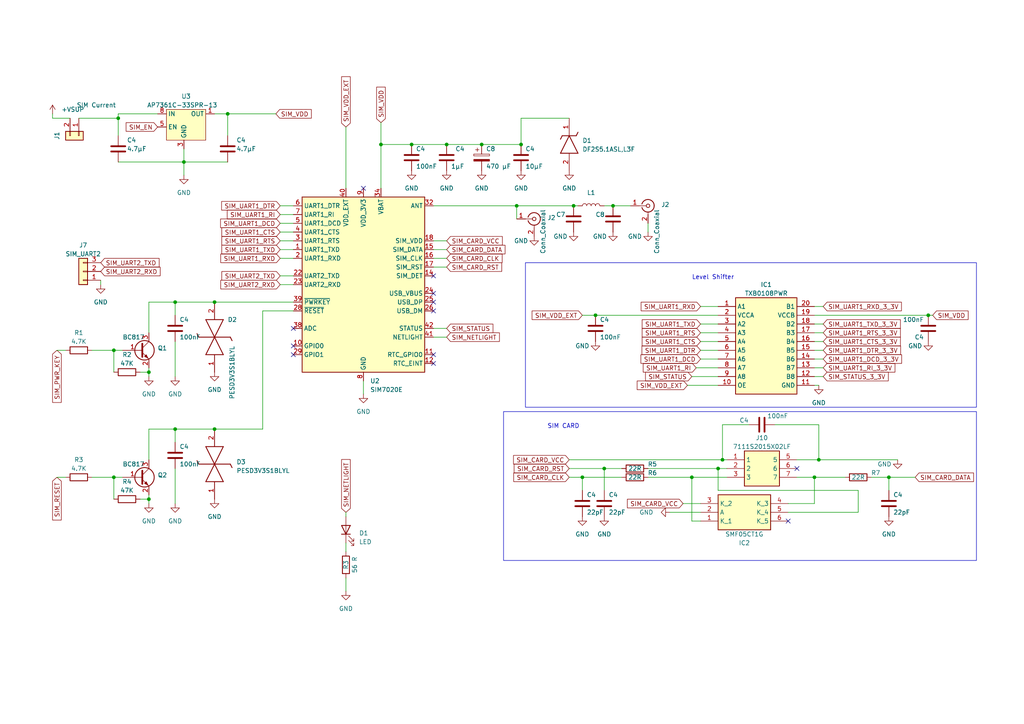
<source format=kicad_sch>
(kicad_sch (version 20231120) (generator "eeschema") (generator_version "8.0")
  (paper "A4")
  (title_block (title "Hekate Gateway") (rev "1.0") (company "Marius Schmid"))
  (lib_symbols
    (symbol "Connector:Conn_Coaxial" (pin_names (offset 1.016) hide)
      (property "Reference" "J" (at 0.254 3.048 0))
      (property "Value" "Conn_Coaxial" (at 2.921 0 90))
      (symbol "Conn_Coaxial_1_1"
        (pin passive line (at -5.08 0 0) (length 2.54) (name "In") (number "1"))
        (pin passive line (at 0 -5.08 90) (length 2.54) (name "Ext") (number "2"))
      )
    )
    (symbol "Connector_Generic:Conn_01x02" (pin_names (offset 1.016) hide)
      (property "Reference" "J" (at 0 2.54 0))
      (property "Value" "Conn_01x02" (at 0 -5.08 0))
      (symbol "Conn_01x02_1_1"
        (pin passive line (at -5.08 0 0) (length 3.81) (name "Pin_1") (number "1"))
        (pin passive line (at -5.08 -2.54 0) (length 3.81) (name "Pin_2") (number "2"))
      )
    )
    (symbol "Connector_Generic:Conn_01x03" (pin_names (offset 1.016) hide)
      (property "Reference" "J" (at 0 5.08 0))
      (property "Value" "Conn_01x03" (at 0 -5.08 0))
      (symbol "Conn_01x03_1_1"
        (pin passive line (at -5.08 2.54 0) (length 3.81) (name "Pin_1") (number "1"))
        (pin passive line (at -5.08 0 0) (length 3.81) (name "Pin_2") (number "2"))
        (pin passive line (at -5.08 -2.54 0) (length 3.81) (name "Pin_3") (number "3"))
      )
    )
    (symbol "Device:C" (pin_numbers hide) (pin_names (offset 0.254))
      (property "Reference" "C" (at 0.635 2.54 0))
      (property "Value" "C" (at 0.635 -2.54 0))
      (symbol "C_1_1"
        (pin passive line (at 0 3.81 270) (length 2.794) (name "~") (number "1"))
        (pin passive line (at 0 -3.81 90) (length 2.794) (name "~") (number "2"))
      )
    )
    (symbol "Device:C_Polarized" (pin_numbers hide) (pin_names (offset 0.254))
      (property "Reference" "C" (at 0.635 2.54 0))
      (property "Value" "C_Polarized" (at 0.635 -2.54 0))
      (symbol "C_Polarized_1_1"
        (pin passive line (at 0 3.81 270) (length 2.794) (name "~") (number "1"))
        (pin passive line (at 0 -3.81 90) (length 2.794) (name "~") (number "2"))
      )
    )
    (symbol "Device:L" (pin_numbers hide) (pin_names (offset 1.016) hide)
      (property "Reference" "L" (at -1.27 0 90))
      (property "Value" "L" (at 1.905 0 90))
      (symbol "L_1_1"
        (pin passive line (at 0 3.81 270) (length 1.27) (name "1") (number "1"))
        (pin passive line (at 0 -3.81 90) (length 1.27) (name "2") (number "2"))
      )
    )
    (symbol "Device:LED" (pin_numbers hide) (pin_names (offset 1.016) hide)
      (property "Reference" "D" (at 0 2.54 0))
      (property "Value" "LED" (at 0 -2.54 0))
      (symbol "LED_1_1"
        (pin passive line (at -3.81 0 0) (length 2.54) (name "K") (number "1"))
        (pin passive line (at 3.81 0 180) (length 2.54) (name "A") (number "2"))
      )
    )
    (symbol "Device:R" (pin_numbers hide) (pin_names (offset 0))
      (property "Reference" "R" (at 2.032 0 90))
      (property "Value" "R" (at 0 0 90))
      (symbol "R_1_1"
        (pin passive line (at 0 3.81 270) (length 1.27) (name "~") (number "1"))
        (pin passive line (at 0 -3.81 90) (length 1.27) (name "~") (number "2"))
      )
    )
    (symbol "RF_GSM:SIM7020E"
      (property "Reference" "U" (at -15.24 26.67 0))
      (property "Value" "SIM7020E" (at 12.7 26.67 0))
      (symbol "SIM7020E_1_1"
        (pin output line (at -20.32 10.16 0) (length 2.54) (name "UART1_TXD") (number "1"))
        (pin bidirectional line (at -20.32 -17.78 0) (length 2.54) (name "GPIO0") (number "10"))
        (pin output line (at 20.32 -20.32 180) (length 2.54) (name "RTC_GPIO0") (number "11"))
        (pin input line (at 20.32 -22.86 180) (length 2.54) (name "RTC_EINT") (number "12"))
        (pin passive line (at 0 -27.94 90) (length 2.54) hide (name "GND") (number "13"))
        (pin input line (at 20.32 2.54 180) (length 2.54) (name "SIM_DET") (number "14"))
        (pin bidirectional line (at 20.32 10.16 180) (length 2.54) (name "SIM_DATA") (number "15"))
        (pin output line (at 20.32 7.62 180) (length 2.54) (name "SIM_CLK") (number "16"))
        (pin output line (at 20.32 5.08 180) (length 2.54) (name "SIM_RST") (number "17"))
        (pin power_out line (at 20.32 12.7 180) (length 2.54) (name "SIM_VDD") (number "18"))
        (pin passive line (at 0 -27.94 90) (length 2.54) hide (name "GND") (number "19"))
        (pin input line (at -20.32 7.62 0) (length 2.54) (name "UART1_RXD") (number "2"))
        (pin no_connect line (at 17.78 17.78 180) (length 2.54) hide (name "NC") (number "20"))
        (pin passive line (at 0 -27.94 90) (length 2.54) hide (name "GND") (number "21"))
        (pin output line (at -20.32 2.54 0) (length 2.54) (name "UART2_TXD") (number "22"))
        (pin input line (at -20.32 0 0) (length 2.54) (name "UART2_RXD") (number "23"))
        (pin input line (at 20.32 -2.54 180) (length 2.54) (name "USB_VBUS") (number "24"))
        (pin bidirectional line (at 20.32 -5.08 180) (length 2.54) (name "USB_DP") (number "25"))
        (pin bidirectional line (at 20.32 -7.62 180) (length 2.54) (name "USB_DM") (number "26"))
        (pin passive line (at 0 -27.94 90) (length 2.54) hide (name "GND") (number "27"))
        (pin input line (at -20.32 -7.62 0) (length 2.54) (name "~{RESET}") (number "28"))
        (pin bidirectional line (at -20.32 -20.32 0) (length 2.54) (name "GPIO1") (number "29"))
        (pin input line (at -20.32 12.7 0) (length 2.54) (name "UART1_RTS") (number "3"))
        (pin passive line (at 0 -27.94 90) (length 2.54) hide (name "GND") (number "30"))
        (pin passive line (at 0 -27.94 90) (length 2.54) hide (name "GND") (number "31"))
        (pin passive line (at 20.32 22.86 180) (length 2.54) (name "ANT") (number "32"))
        (pin passive line (at 0 -27.94 90) (length 2.54) hide (name "GND") (number "33"))
        (pin power_in line (at 5.08 27.94 270) (length 2.54) (name "VBAT") (number "34"))
        (pin passive line (at 5.08 27.94 270) (length 2.54) hide (name "VBAT") (number "35"))
        (pin passive line (at 0 -27.94 90) (length 2.54) hide (name "GND") (number "36"))
        (pin passive line (at 0 -27.94 90) (length 2.54) hide (name "GND") (number "37"))
        (pin input line (at -20.32 -12.7 0) (length 2.54) (name "ADC") (number "38"))
        (pin input line (at -20.32 -5.08 0) (length 2.54) (name "~{PWRKEY}") (number "39"))
        (pin output line (at -20.32 15.24 0) (length 2.54) (name "UART1_CTS") (number "4"))
        (pin power_out line (at -5.08 27.94 270) (length 2.54) (name "VDD_EXT") (number "40"))
        (pin output line (at 20.32 -15.24 180) (length 2.54) (name "NETLIGHT") (number "41"))
        (pin output line (at 20.32 -12.7 180) (length 2.54) (name "STATUS") (number "42"))
        (pin output line (at -20.32 17.78 0) (length 2.54) (name "UART1_DCD") (number "5"))
        (pin input line (at -20.32 22.86 0) (length 2.54) (name "UART1_DTR") (number "6"))
        (pin output line (at -20.32 20.32 0) (length 2.54) (name "UART1_RI") (number "7"))
        (pin power_in line (at 0 -27.94 90) (length 2.54) (name "GND") (number "8"))
        (pin power_out line (at 0 27.94 270) (length 2.54) (name "VDD_3V3") (number "9"))
      )
    )
    (symbol "SamacSys_Parts:7111S2015X02LF"
      (property "Reference" "J" (at 16.51 7.62 0))
      (property "Value" "7111S2015X02LF" (at 16.51 5.08 0))
      (symbol "7111S2015X02LF_1_1"
        (pin passive line (at 20.32 0 180) (length 5.08) (name "1") (number "1"))
        (pin passive line (at 20.32 -2.54 180) (length 5.08) (name "2") (number "2"))
        (pin passive line (at 20.32 -5.08 180) (length 5.08) (name "3") (number "3"))
        (pin passive line (at 0 0 0) (length 5.08) (name "5") (number "5"))
        (pin passive line (at 0 -2.54 0) (length 5.08) (name "6") (number "6"))
        (pin passive line (at 0 -5.08 0) (length 5.08) (name "7") (number "7"))
      )
    )
    (symbol "SamacSys_Parts:DF2S5.1ASL,L3F" (pin_names hide)
      (property "Reference" "D" (at 10.16 8.89 0))
      (property "Value" "DF2S5.1ASL,L3F" (at 10.16 6.35 0))
      (symbol "DF2S5.1ASL,L3F_1_1"
        (pin passive line (at 0 0 0) (length 5.08) (name "K") (number "1"))
        (pin passive line (at 15.24 0 180) (length 5.08) (name "A") (number "2"))
      )
    )
    (symbol "SamacSys_Parts:PESD3V3S1BLYL" (pin_names hide)
      (property "Reference" "D" (at 15.24 8.89 0))
      (property "Value" "PESD3V3S1BLYL" (at 15.24 6.35 0))
      (symbol "PESD3V3S1BLYL_1_1"
        (pin passive line (at 0 0 0) (length 5.08) (name "K1") (number "1"))
        (pin passive line (at 20.32 0 180) (length 5.08) (name "K2") (number "2"))
      )
    )
    (symbol "SamacSys_Parts:SMF05CT1G"
      (property "Reference" "IC" (at 21.59 7.62 0))
      (property "Value" "SMF05CT1G" (at 21.59 5.08 0))
      (symbol "SMF05CT1G_1_1"
        (pin passive line (at 0 0 0) (length 5.08) (name "K_1") (number "1"))
        (pin passive line (at 0 -2.54 0) (length 5.08) (name "A") (number "2"))
        (pin passive line (at 0 -5.08 0) (length 5.08) (name "K_2") (number "3"))
        (pin passive line (at 25.4 -5.08 180) (length 5.08) (name "K_3") (number "4"))
        (pin passive line (at 25.4 -2.54 180) (length 5.08) (name "K_4") (number "5"))
        (pin passive line (at 25.4 0 180) (length 5.08) (name "K_5") (number "6"))
      )
    )
    (symbol "SamacSys_Parts:TXB0108PWR"
      (property "Reference" "IC" (at 24.13 7.62 0))
      (property "Value" "TXB0108PWR" (at 24.13 5.08 0))
      (symbol "TXB0108PWR_1_1"
        (pin passive line (at 0 0 0) (length 5.08) (name "A1") (number "1"))
        (pin passive line (at 0 -22.86 0) (length 5.08) (name "OE") (number "10"))
        (pin passive line (at 27.94 -22.86 180) (length 5.08) (name "GND") (number "11"))
        (pin passive line (at 27.94 -20.32 180) (length 5.08) (name "B8") (number "12"))
        (pin passive line (at 27.94 -17.78 180) (length 5.08) (name "B7") (number "13"))
        (pin passive line (at 27.94 -15.24 180) (length 5.08) (name "B6") (number "14"))
        (pin passive line (at 27.94 -12.7 180) (length 5.08) (name "B5") (number "15"))
        (pin passive line (at 27.94 -10.16 180) (length 5.08) (name "B4") (number "16"))
        (pin passive line (at 27.94 -7.62 180) (length 5.08) (name "B3") (number "17"))
        (pin passive line (at 27.94 -5.08 180) (length 5.08) (name "B2") (number "18"))
        (pin passive line (at 27.94 -2.54 180) (length 5.08) (name "VCCB") (number "19"))
        (pin passive line (at 0 -2.54 0) (length 5.08) (name "VCCA") (number "2"))
        (pin passive line (at 27.94 0 180) (length 5.08) (name "B1") (number "20"))
        (pin passive line (at 0 -5.08 0) (length 5.08) (name "A2") (number "3"))
        (pin passive line (at 0 -7.62 0) (length 5.08) (name "A3") (number "4"))
        (pin passive line (at 0 -10.16 0) (length 5.08) (name "A4") (number "5"))
        (pin passive line (at 0 -12.7 0) (length 5.08) (name "A5") (number "6"))
        (pin passive line (at 0 -15.24 0) (length 5.08) (name "A6") (number "7"))
        (pin passive line (at 0 -17.78 0) (length 5.08) (name "A7") (number "8"))
        (pin passive line (at 0 -20.32 0) (length 5.08) (name "A8") (number "9"))
      )
    )
    (symbol "Transistor_BJT:BC817" (pin_names (offset 0) hide)
      (property "Reference" "Q" (at 5.08 1.905 0))
      (property "Value" "BC817" (at 5.08 0 0))
      (symbol "BC817_1_1"
        (pin input line (at -5.08 0 0) (length 5.715) (name "B") (number "1"))
        (pin passive line (at 2.54 -5.08 90) (length 2.54) (name "E") (number "2"))
        (pin passive line (at 2.54 5.08 270) (length 2.54) (name "C") (number "3"))
      )
    )
    (symbol "custom:AP7361C-33SPR-13"
      (property "Reference" "U" (at 0 0 0))
      (property "Value" "AP7361C-33SPR-13 " (at 19.05 -13.97 0))
      (symbol "AP7361C-33SPR-13_1_1"
        (pin output line (at 13.97 -3.81 180) (length 2.54) (name "OUT") (number "1"))
        (pin input line (at 5.08 -13.97 90) (length 2.54) (name "GND") (number "3"))
        (pin input line (at -2.54 -7.62 0) (length 2.54) (name "EN") (number "5"))
        (pin input line (at -2.54 -3.81 0) (length 2.54) (name "IN") (number "8"))
      )
    )
    (symbol "power:+BATT" (power) (pin_names (offset 0))
      (property "Value" "+BATT" (at 0 3.556 0))
      (symbol "+BATT_1_1"
        (pin power_in line (at 0 0 90) (length 0) hide (name "+BATT") (number "1"))
      )
    )
    (symbol "power:GND" (power) (pin_names (offset 0))
      (property "Value" "GND" (at 0 -3.81 0))
      (symbol "GND_1_1"
        (pin power_in line (at 0 0 270) (length 0) hide (name "GND") (number "1"))
      )
    )
  )
  (junction (at 43.18 107.95))
  (junction (at 119.38 41.91))
  (junction (at 209.55 133.35))
  (junction (at 172.72 91.44))
  (junction (at 129.54 41.91))
  (junction (at 62.23 124.46))
  (junction (at 110.49 41.91))
  (junction (at 177.8 59.69))
  (junction (at 149.86 59.69))
  (junction (at 50.8 124.46))
  (junction (at 269.24 91.44))
  (junction (at 50.8 87.63))
  (junction (at 151.13 41.91))
  (junction (at 53.34 46.99))
  (junction (at 175.26 135.89))
  (junction (at 236.22 138.43))
  (junction (at 200.66 138.43))
  (junction (at 237.49 133.35))
  (junction (at 34.29 34.29))
  (junction (at 166.37 59.69))
  (junction (at 208.28 135.89))
  (junction (at 139.7 41.91))
  (junction (at 168.91 138.43))
  (junction (at 66.04 33.02))
  (junction (at 257.81 138.43))
  (junction (at 62.23 87.63))
  (junction (at 43.18 144.78))
  (junction (at 33.02 138.43))
  (junction (at 33.02 101.6))
  (no_connect (at 125.73 90.17))
  (no_connect (at 125.73 85.09))
  (no_connect (at 125.73 105.41))
  (no_connect (at 85.09 95.25))
  (no_connect (at 85.09 100.33))
  (no_connect (at 231.14 135.89))
  (no_connect (at 228.6 151.13))
  (no_connect (at 125.73 80.01))
  (no_connect (at 105.41 54.61))
  (no_connect (at 125.73 87.63))
  (no_connect (at 85.09 102.87))
  (no_connect (at 125.73 102.87))
  (wire (pts (xy 33.02 101.6) (xy 33.02 107.95)))
  (wire (pts (xy 236.22 91.44) (xy 269.24 91.44)))
  (wire (pts (xy 76.2 90.17) (xy 76.2 124.46)))
  (wire (pts (xy 43.18 107.95) (xy 43.18 109.22)))
  (wire (pts (xy 100.33 171.45) (xy 100.33 167.64)))
  (wire (pts (xy 50.8 128.27) (xy 50.8 124.46)))
  (wire (pts (xy 34.29 34.29) (xy 34.29 33.02)))
  (wire (pts (xy 81.28 80.01) (xy 85.09 80.01)))
  (wire (pts (xy 151.13 34.29) (xy 151.13 41.91)))
  (wire (pts (xy 125.73 95.25) (xy 129.54 95.25)))
  (wire (pts (xy 177.8 59.69) (xy 182.88 59.69)))
  (wire (pts (xy 16.51 138.43) (xy 19.05 138.43)))
  (wire (pts (xy 224.79 123.19) (xy 237.49 123.19)))
  (wire (pts (xy 43.18 144.78) (xy 43.18 146.05)))
  (wire (pts (xy 217.17 123.19) (xy 209.55 123.19)))
  (wire (pts (xy 238.76 96.52) (xy 236.22 96.52)))
  (wire (pts (xy 269.24 91.44) (xy 270.51 91.44)))
  (wire (pts (xy 100.33 36.83) (xy 100.33 54.61)))
  (wire (pts (xy 236.22 93.98) (xy 238.76 93.98)))
  (wire (pts (xy 16.51 101.6) (xy 19.05 101.6)))
  (wire (pts (xy 50.8 91.44) (xy 50.8 87.63)))
  (wire (pts (xy 33.02 138.43) (xy 26.67 138.43)))
  (wire (pts (xy 110.49 35.56) (xy 110.49 41.91)))
  (wire (pts (xy 149.86 59.69) (xy 149.86 63.5)))
  (wire (pts (xy 165.1 135.89) (xy 175.26 135.89)))
  (wire (pts (xy 175.26 135.89) (xy 175.26 142.24)))
  (wire (pts (xy 166.37 59.69) (xy 167.64 59.69)))
  (wire (pts (xy 203.2 88.9) (xy 208.28 88.9)))
  (wire (pts (xy 40.64 107.95) (xy 43.18 107.95)))
  (wire (pts (xy 43.18 96.52) (xy 43.18 87.63)))
  (wire (pts (xy 265.43 138.43) (xy 257.81 138.43)))
  (wire (pts (xy 203.2 101.6) (xy 208.28 101.6)))
  (wire (pts (xy 203.2 96.52) (xy 208.28 96.52)))
  (wire (pts (xy 172.72 91.44) (xy 208.28 91.44)))
  (wire (pts (xy 62.23 87.63) (xy 85.09 87.63)))
  (wire (pts (xy 231.14 133.35) (xy 237.49 133.35)))
  (wire (pts (xy 200.66 151.13) (xy 203.2 151.13)))
  (wire (pts (xy 40.64 144.78) (xy 43.18 144.78)))
  (wire (pts (xy 81.28 62.23) (xy 85.09 62.23)))
  (wire (pts (xy 175.26 59.69) (xy 177.8 59.69)))
  (wire (pts (xy 248.92 142.24) (xy 248.92 148.59)))
  (wire (pts (xy 187.96 64.77) (xy 187.96 67.31)))
  (wire (pts (xy 228.6 146.05) (xy 236.22 146.05)))
  (wire (pts (xy 209.55 133.35) (xy 210.82 133.35)))
  (wire (pts (xy 35.56 138.43) (xy 33.02 138.43)))
  (wire (pts (xy 50.8 99.06) (xy 50.8 109.22)))
  (wire (pts (xy 34.29 33.02) (xy 45.72 33.02)))
  (wire (pts (xy 119.38 41.91) (xy 129.54 41.91)))
  (wire (pts (xy 168.91 138.43) (xy 168.91 142.24)))
  (wire (pts (xy 85.09 90.17) (xy 76.2 90.17)))
  (wire (pts (xy 129.54 77.47) (xy 125.73 77.47)))
  (wire (pts (xy 15.24 34.29) (xy 15.24 33.02)))
  (wire (pts (xy 238.76 109.22) (xy 236.22 109.22)))
  (wire (pts (xy 50.8 124.46) (xy 62.23 124.46)))
  (wire (pts (xy 236.22 88.9) (xy 238.76 88.9)))
  (wire (pts (xy 168.91 138.43) (xy 180.34 138.43)))
  (wire (pts (xy 50.8 135.89) (xy 50.8 146.05)))
  (wire (pts (xy 200.66 138.43) (xy 210.82 138.43)))
  (wire (pts (xy 203.2 93.98) (xy 208.28 93.98)))
  (wire (pts (xy 81.28 72.39) (xy 85.09 72.39)))
  (wire (pts (xy 165.1 133.35) (xy 209.55 133.35)))
  (wire (pts (xy 237.49 123.19) (xy 237.49 133.35)))
  (wire (pts (xy 125.73 59.69) (xy 149.86 59.69)))
  (wire (pts (xy 149.86 59.69) (xy 166.37 59.69)))
  (wire (pts (xy 129.54 97.79) (xy 125.73 97.79)))
  (wire (pts (xy 110.49 41.91) (xy 119.38 41.91)))
  (wire (pts (xy 15.24 34.29) (xy 20.32 34.29)))
  (wire (pts (xy 33.02 138.43) (xy 33.02 144.78)))
  (wire (pts (xy 129.54 72.39) (xy 125.73 72.39)))
  (wire (pts (xy 237.49 111.76) (xy 236.22 111.76)))
  (wire (pts (xy 208.28 135.89) (xy 208.28 142.24)))
  (wire (pts (xy 208.28 135.89) (xy 210.82 135.89)))
  (wire (pts (xy 43.18 143.51) (xy 43.18 144.78)))
  (wire (pts (xy 43.18 124.46) (xy 50.8 124.46)))
  (wire (pts (xy 248.92 148.59) (xy 228.6 148.59)))
  (wire (pts (xy 200.66 109.22) (xy 208.28 109.22)))
  (wire (pts (xy 33.02 101.6) (xy 26.67 101.6)))
  (wire (pts (xy 81.28 64.77) (xy 85.09 64.77)))
  (wire (pts (xy 236.22 146.05) (xy 236.22 138.43)))
  (wire (pts (xy 43.18 106.68) (xy 43.18 107.95)))
  (wire (pts (xy 22.86 34.29) (xy 34.29 34.29)))
  (wire (pts (xy 168.91 91.44) (xy 172.72 91.44)))
  (wire (pts (xy 201.93 106.68) (xy 208.28 106.68)))
  (wire (pts (xy 257.81 138.43) (xy 252.73 138.43)))
  (wire (pts (xy 187.96 135.89) (xy 208.28 135.89)))
  (wire (pts (xy 209.55 123.19) (xy 209.55 133.35)))
  (wire (pts (xy 66.04 33.02) (xy 66.04 39.37)))
  (wire (pts (xy 81.28 69.85) (xy 85.09 69.85)))
  (wire (pts (xy 257.81 138.43) (xy 257.81 142.24)))
  (wire (pts (xy 237.49 133.35) (xy 260.35 133.35)))
  (wire (pts (xy 110.49 41.91) (xy 110.49 54.61)))
  (wire (pts (xy 175.26 135.89) (xy 180.34 135.89)))
  (wire (pts (xy 53.34 50.8) (xy 53.34 46.99)))
  (wire (pts (xy 81.28 59.69) (xy 85.09 59.69)))
  (wire (pts (xy 238.76 104.14) (xy 236.22 104.14)))
  (wire (pts (xy 100.33 157.48) (xy 100.33 160.02)))
  (wire (pts (xy 129.54 41.91) (xy 139.7 41.91)))
  (wire (pts (xy 53.34 46.99) (xy 66.04 46.99)))
  (wire (pts (xy 129.54 74.93) (xy 125.73 74.93)))
  (wire (pts (xy 200.66 138.43) (xy 200.66 151.13)))
  (wire (pts (xy 81.28 67.31) (xy 85.09 67.31)))
  (wire (pts (xy 43.18 133.35) (xy 43.18 124.46)))
  (wire (pts (xy 76.2 124.46) (xy 62.23 124.46)))
  (wire (pts (xy 187.96 138.43) (xy 200.66 138.43)))
  (wire (pts (xy 35.56 101.6) (xy 33.02 101.6)))
  (wire (pts (xy 238.76 101.6) (xy 236.22 101.6)))
  (wire (pts (xy 139.7 41.91) (xy 151.13 41.91)))
  (wire (pts (xy 81.28 82.55) (xy 85.09 82.55)))
  (wire (pts (xy 81.28 74.93) (xy 85.09 74.93)))
  (wire (pts (xy 165.1 138.43) (xy 168.91 138.43)))
  (wire (pts (xy 203.2 99.06) (xy 208.28 99.06)))
  (wire (pts (xy 203.2 104.14) (xy 208.28 104.14)))
  (wire (pts (xy 53.34 46.99) (xy 53.34 43.18)))
  (wire (pts (xy 34.29 46.99) (xy 53.34 46.99)))
  (wire (pts (xy 231.14 138.43) (xy 236.22 138.43)))
  (wire (pts (xy 29.21 82.55) (xy 29.21 81.28)))
  (wire (pts (xy 238.76 106.68) (xy 236.22 106.68)))
  (wire (pts (xy 236.22 138.43) (xy 245.11 138.43)))
  (wire (pts (xy 199.39 111.76) (xy 208.28 111.76)))
  (wire (pts (xy 100.33 149.86) (xy 100.33 148.59)))
  (wire (pts (xy 66.04 33.02) (xy 62.23 33.02)))
  (wire (pts (xy 129.54 69.85) (xy 125.73 69.85)))
  (wire (pts (xy 80.01 33.02) (xy 66.04 33.02)))
  (wire (pts (xy 203.2 146.05) (xy 198.12 146.05)))
  (wire (pts (xy 194.31 148.59) (xy 203.2 148.59)))
  (wire (pts (xy 50.8 87.63) (xy 62.23 87.63)))
  (wire (pts (xy 43.18 87.63) (xy 50.8 87.63)))
  (wire (pts (xy 105.41 110.49) (xy 105.41 114.3)))
  (wire (pts (xy 238.76 99.06) (xy 236.22 99.06)))
  (wire (pts (xy 208.28 142.24) (xy 248.92 142.24)))
  (wire (pts (xy 34.29 34.29) (xy 34.29 39.37)))
  (wire (pts (xy 151.13 34.29) (xy 165.1 34.29)))
  (rectangle (start 152.4 76.2) (end 283.21 118.11))
  (rectangle (start 146.05 119.38) (end 283.21 162.56))
  (text "Level Shifter" (at 200.66 81.28 0) (effects (font (size 1.27 1.27)) (justify left bottom)))
  (text "SIM CARD" (at 158.75 124.46 0) (effects (font (size 1.27 1.27)) (justify left bottom)))
  (global_label "SIM_CARD_VCC" (shape input) (at 129.54 69.85 0) (property "Intersheetrefs" "${INTERSHEET_REFS}" (effects (hide yes))))
  (global_label "SIM_UART1_CTS" (shape input) (at 81.28 67.31 180) (property "Intersheetrefs" "${INTERSHEET_REFS}" (effects (hide yes))))
  (global_label "SIM_CARD_VCC" (shape input) (at 198.12 146.05 180) (property "Intersheetrefs" "${INTERSHEET_REFS}" (effects (hide yes))))
  (global_label "SIM_VDD_EXT" (shape input) (at 199.39 111.76 180) (property "Intersheetrefs" "${INTERSHEET_REFS}" (effects (hide yes))))
  (global_label "SIM_UART2_TXD" (shape input) (at 29.21 76.2 0) (property "Intersheetrefs" "${INTERSHEET_REFS}" (effects (hide yes))))
  (global_label "SIM_UART1_RI_3_3V" (shape input) (at 238.76 106.68 0) (property "Intersheetrefs" "${INTERSHEET_REFS}" (effects (hide yes))))
  (global_label "SIM_EN" (shape input) (at 45.72 36.83 180) (property "Intersheetrefs" "${INTERSHEET_REFS}" (effects (hide yes))))
  (global_label "SIM_VDD" (shape input) (at 80.01 33.02 0) (property "Intersheetrefs" "${INTERSHEET_REFS}" (effects (hide yes))))
  (global_label "SIM_UART1_TXD_3_3V" (shape input) (at 238.76 93.98 0) (property "Intersheetrefs" "${INTERSHEET_REFS}" (effects (hide yes))))
  (global_label "SIM_NETLIGHT" (shape input) (at 129.54 97.79 0) (property "Intersheetrefs" "${INTERSHEET_REFS}" (effects (hide yes))))
  (global_label "SIM_RESET" (shape input) (at 16.51 138.43 270) (property "Intersheetrefs" "${INTERSHEET_REFS}" (effects (hide yes))))
  (global_label "SIM_UART1_RXD_3_3V" (shape input) (at 238.76 88.9 0) (property "Intersheetrefs" "${INTERSHEET_REFS}" (effects (hide yes))))
  (global_label "SIM_VDD_EXT" (shape input) (at 168.91 91.44 180) (property "Intersheetrefs" "${INTERSHEET_REFS}" (effects (hide yes))))
  (global_label "SIM_UART1_RI" (shape input) (at 201.93 106.68 180) (property "Intersheetrefs" "${INTERSHEET_REFS}" (effects (hide yes))))
  (global_label "SIM_CARD_RST" (shape input) (at 165.1 135.89 180) (property "Intersheetrefs" "${INTERSHEET_REFS}" (effects (hide yes))))
  (global_label "SIM_UART1_RTS_3_3V" (shape input) (at 238.76 96.52 0) (property "Intersheetrefs" "${INTERSHEET_REFS}" (effects (hide yes))))
  (global_label "SIM_UART1_TXD" (shape input) (at 81.28 72.39 180) (property "Intersheetrefs" "${INTERSHEET_REFS}" (effects (hide yes))))
  (global_label "SIM_CARD_VCC" (shape input) (at 165.1 133.35 180) (property "Intersheetrefs" "${INTERSHEET_REFS}" (effects (hide yes))))
  (global_label "SIM_UART1_RXD" (shape input) (at 81.28 74.93 180) (property "Intersheetrefs" "${INTERSHEET_REFS}" (effects (hide yes))))
  (global_label "SIM_NETLIGHT" (shape input) (at 100.33 148.59 90) (property "Intersheetrefs" "${INTERSHEET_REFS}" (effects (hide yes))))
  (global_label "SIM_VDD" (shape input) (at 270.51 91.44 0) (property "Intersheetrefs" "${INTERSHEET_REFS}" (effects (hide yes))))
  (global_label "SIM_UART1_DCD" (shape input) (at 81.28 64.77 180) (property "Intersheetrefs" "${INTERSHEET_REFS}" (effects (hide yes))))
  (global_label "SIM_UART1_TXD" (shape input) (at 203.2 93.98 180) (property "Intersheetrefs" "${INTERSHEET_REFS}" (effects (hide yes))))
  (global_label "SIM_UART1_RTS" (shape input) (at 203.2 96.52 180) (property "Intersheetrefs" "${INTERSHEET_REFS}" (effects (hide yes))))
  (global_label "SIM_PWR_KEY" (shape input) (at 16.51 101.6 270) (property "Intersheetrefs" "${INTERSHEET_REFS}" (effects (hide yes))))
  (global_label "SIM_CARD_CLK" (shape input) (at 129.54 74.93 0) (property "Intersheetrefs" "${INTERSHEET_REFS}" (effects (hide yes))))
  (global_label "SIM_STATUS" (shape input) (at 129.54 95.25 0) (property "Intersheetrefs" "${INTERSHEET_REFS}" (effects (hide yes))))
  (global_label "SIM_CARD_DATA" (shape input) (at 265.43 138.43 0) (property "Intersheetrefs" "${INTERSHEET_REFS}" (effects (hide yes))))
  (global_label "SIM_VDD_EXT" (shape input) (at 100.33 36.83 90) (property "Intersheetrefs" "${INTERSHEET_REFS}" (effects (hide yes))))
  (global_label "SIM_STATUS" (shape input) (at 200.66 109.22 180) (property "Intersheetrefs" "${INTERSHEET_REFS}" (effects (hide yes))))
  (global_label "SIM_UART1_RI" (shape input) (at 81.28 62.23 180) (property "Intersheetrefs" "${INTERSHEET_REFS}" (effects (hide yes))))
  (global_label "SIM_UART1_CTS_3_3V" (shape input) (at 238.76 99.06 0) (property "Intersheetrefs" "${INTERSHEET_REFS}" (effects (hide yes))))
  (global_label "SIM_UART1_DTR" (shape input) (at 203.2 101.6 180) (property "Intersheetrefs" "${INTERSHEET_REFS}" (effects (hide yes))))
  (global_label "SIM_CARD_CLK" (shape input) (at 165.1 138.43 180) (property "Intersheetrefs" "${INTERSHEET_REFS}" (effects (hide yes))))
  (global_label "SIM_UART1_DTR" (shape input) (at 81.28 59.69 180) (property "Intersheetrefs" "${INTERSHEET_REFS}" (effects (hide yes))))
  (global_label "SIM_UART1_RTS" (shape input) (at 81.28 69.85 180) (property "Intersheetrefs" "${INTERSHEET_REFS}" (effects (hide yes))))
  (global_label "SIM_CARD_RST" (shape input) (at 129.54 77.47 0) (property "Intersheetrefs" "${INTERSHEET_REFS}" (effects (hide yes))))
  (global_label "SIM_UART1_CTS" (shape input) (at 203.2 99.06 180) (property "Intersheetrefs" "${INTERSHEET_REFS}" (effects (hide yes))))
  (global_label "SIM_UART2_TXD" (shape input) (at 81.28 80.01 180) (property "Intersheetrefs" "${INTERSHEET_REFS}" (effects (hide yes))))
  (global_label "SIM_UART1_DCD_3_3V" (shape input) (at 238.76 104.14 0) (property "Intersheetrefs" "${INTERSHEET_REFS}" (effects (hide yes))))
  (global_label "SIM_UART1_DCD" (shape input) (at 203.2 104.14 180) (property "Intersheetrefs" "${INTERSHEET_REFS}" (effects (hide yes))))
  (global_label "SIM_UART1_DTR_3_3V" (shape input) (at 238.76 101.6 0) (property "Intersheetrefs" "${INTERSHEET_REFS}" (effects (hide yes))))
  (global_label "SIM_UART1_RXD" (shape input) (at 203.2 88.9 180) (property "Intersheetrefs" "${INTERSHEET_REFS}" (effects (hide yes))))
  (global_label "SIM_CARD_DATA" (shape input) (at 129.54 72.39 0) (property "Intersheetrefs" "${INTERSHEET_REFS}" (effects (hide yes))))
  (global_label "SIM_STATUS_3_3V" (shape input) (at 238.76 109.22 0) (property "Intersheetrefs" "${INTERSHEET_REFS}" (effects (hide yes))))
  (global_label "SIM_UART2_RXD" (shape input) (at 81.28 82.55 180) (property "Intersheetrefs" "${INTERSHEET_REFS}" (effects (hide yes))))
  (global_label "SIM_VDD" (shape input) (at 110.49 35.56 90) (property "Intersheetrefs" "${INTERSHEET_REFS}" (effects (hide yes))))
  (global_label "SIM_UART2_RXD" (shape input) (at 29.21 78.74 0) (property "Intersheetrefs" "${INTERSHEET_REFS}" (effects (hide yes))))
  (symbol (lib_id "power:GND") (at 50.8 109.22 0) (unit 1)
    (property "Reference" "#PWR027" (effects (hide yes)))
    (property "Value" "GND" (at 50.8 114.3 0))
    (instances (project "BeePCB_V9" (path "" (reference "#PWR027") (unit 1))) (project "hekate_pcb" (path "" (reference "#PWR039") (unit 1))))
  )
  (symbol (lib_id "Device:C") (at 129.54 45.72 0) (unit 1)
    (property "Reference" "C4" (at 132.08 43.18 0) (effects (justify left)))
    (property "Value" "1µF" (at 130.81 48.26 0) (effects (justify left)))
    (property "Footprint" "Capacitor_SMD:C_0603_1608Metric" (effects (hide yes)))
    (instances (project "BeePCB_V9" (path "" (reference "C4") (unit 1)) (path "" (reference "C10") (unit 1))) (project "HX711PCB_V1" (path "" (reference "C4") (unit 1))) (project "hekate_pcb" (path "" (reference "C7") (unit 1))))
  )
  (symbol (lib_id "Device:C") (at 50.8 95.25 0) (unit 1)
    (property "Reference" "C4" (at 52.07 92.71 0) (effects (justify left)))
    (property "Value" "100nF" (at 52.07 97.79 0) (effects (justify left)))
    (property "Footprint" "Capacitor_SMD:C_0603_1608Metric" (effects (hide yes)))
    (instances (project "BeePCB_V9" (path "" (reference "C4") (unit 1)) (path "" (reference "C10") (unit 1))) (project "HX711PCB_V1" (path "" (reference "C4") (unit 1))) (project "hekate_pcb" (path "" (reference "C14") (unit 1))))
  )
  (symbol (lib_id "SamacSys_Parts:7111S2015X02LF") (at 231.14 133.35 0) (mirror y) (unit 1)
    (property "Reference" "J10" (at 220.98 127 0))
    (property "Value" "7111S2015X02LF" (at 220.98 129.54 0))
    (property "Footprint" "7111S2015X02LF" (effects (hide yes)))
    (property "Datasheet" "https://cdn.amphenol-cs.com/media/wysiwyg/files/drawing/vjw54355.pdf" (effects (hide yes)))
    (property "Height" "2.5" (effects (hide yes)))
    (property "Mouser Part Number" "649-7111S2015X02LF" (effects (hide yes)))
    (property "Mouser Price/Stock" "https://www.mouser.co.uk/ProductDetail/Amphenol-FCI/7111S2015X02LF?qs=amE7nO%252BtHwd0oJIzZlqt0Q%3D%3D" (effects (hide yes)))
    (property "Manufacturer_Name" "Amphenol Communications Solutions" (effects (hide yes)))
    (property "Manufacturer_Part_Number" "7111S2015X02LF" (effects (hide yes)))
  )
  (symbol (lib_id "Device:C") (at 175.26 146.05 0) (unit 1)
    (property "Reference" "C4" (at 176.53 143.51 0) (effects (justify left)))
    (property "Value" "22pF" (at 176.53 148.59 0) (effects (justify left)))
    (property "Footprint" "Capacitor_SMD:C_0603_1608Metric" (effects (hide yes)))
    (instances (project "BeePCB_V9" (path "" (reference "C4") (unit 1)) (path "" (reference "C10") (unit 1))) (project "HX711PCB_V1" (path "" (reference "C4") (unit 1))) (project "hekate_pcb" (path "" (reference "C16") (unit 1))))
  )
  (symbol (lib_id "Device:C") (at 172.72 95.25 0) (unit 1)
    (property "Reference" "C4" (at 173.99 92.71 0) (effects (justify left)))
    (property "Value" "100nF" (at 173.99 97.79 0) (effects (justify left)))
    (property "Footprint" "Capacitor_SMD:C_0603_1608Metric" (effects (hide yes)))
    (instances (project "BeePCB_V9" (path "" (reference "C4") (unit 1)) (path "" (reference "C10") (unit 1))) (project "HX711PCB_V1" (path "" (reference "C4") (unit 1))) (project "hekate_pcb" (path "" (reference "C12") (unit 1))))
  )
  (symbol (lib_id "SamacSys_Parts:TXB0108PWR") (at 208.28 88.9 0) (unit 1)
    (property "Reference" "IC1" (at 222.25 82.55 0))
    (property "Value" "TXB0108PWR" (at 222.25 85.09 0))
    (property "Footprint" "SOP65P640X120-20N" (effects (hide yes)))
    (property "Datasheet" "http://www.ti.com/lit/ds/symlink/txb0108.pdf" (effects (hide yes)))
    (property "Height" "1.2" (effects (hide yes)))
    (property "Mouser Part Number" "595-TXB0108PWR" (effects (hide yes)))
    (property "Mouser Price/Stock" "https://www.mouser.co.uk/ProductDetail/Texas-Instruments/TXB0108PWR?qs=oFXvjAmG9EgEUWGWzOVFCA%3D%3D" (effects (hide yes)))
    (property "Manufacturer_Name" "Texas Instruments" (effects (hide yes)))
    (property "Manufacturer_Part_Number" "TXB0108PWR" (effects (hide yes)))
  )
  (symbol (lib_id "Device:L") (at 171.45 59.69 90) (unit 1)
    (property "Reference" "L1" (at 171.45 55.88 90))
    (property "Value" "L" (effects (hide yes)))
    (property "Footprint" "Inductor_SMD:L_0402_1005Metric" (effects (hide yes)))
  )
  (symbol (lib_id "Connector_Generic:Conn_01x02") (at 22.86 39.37 270) (unit 1)
    (property "Reference" "J1" (at 16.51 39.37 0))
    (property "Value" "SIM Current" (at 27.94 30.48 90))
    (property "Footprint" "Connector_PinHeader_2.54mm:PinHeader_1x02_P2.54mm_Vertical" (effects (hide yes)))
    (instances (project "BeePCB_V9" (path "" (reference "J1") (unit 1))) (project "hekate_pcb" (path "" (reference "J11") (unit 1))))
  )
  (symbol (lib_id "RF_GSM:SIM7020E") (at 105.41 82.55 0) (unit 1)
    (property "Reference" "U2" (at 107.3659 110.49 0) (effects (justify left)))
    (property "Value" "SIM7020E" (at 107.3659 113.03 0) (effects (justify left)))
    (property "Footprint" "RF_GSM:SIMCom_SIM800C" (effects (hide yes)))
    (property "Datasheet" "https://simcom.ee/documents/SIM7020/SIM7020%20Hardware%20Design_V1.02.pdf" (effects (hide yes)))
  )
  (symbol (lib_id "Device:R") (at 36.83 107.95 90) (unit 1)
    (property "Reference" "R2" (at 36.83 102.87 90))
    (property "Value" "47K" (at 36.83 105.41 90))
    (property "Footprint" "Resistor_SMD:R_0603_1608Metric" (effects (hide yes)))
  )
  (symbol (lib_id "power:GND") (at 43.18 109.22 0) (unit 1)
    (property "Reference" "#PWR027" (effects (hide yes)))
    (property "Value" "GND" (at 43.18 114.3 0))
    (instances (project "BeePCB_V9" (path "" (reference "#PWR027") (unit 1))) (project "hekate_pcb" (path "" (reference "#PWR040") (unit 1))))
  )
  (symbol (lib_id "Device:R") (at 184.15 135.89 90) (unit 1)
    (property "Reference" "R5" (at 189.23 134.62 90))
    (property "Value" "22R" (at 184.15 135.89 90))
    (property "Footprint" "Resistor_SMD:R_0603_1608Metric" (effects (hide yes)))
  )
  (symbol (lib_id "power:GND") (at 100.33 171.45 0) (unit 1)
    (property "Reference" "#PWR01" (effects (hide yes)))
    (property "Value" "GND" (at 100.33 176.53 0))
    (instances (project "BeePCB_V9" (path "" (reference "#PWR01") (unit 1))) (project "shirt" (path "" (reference "#PWR024") (unit 1))) (project "hekate_pcb" (path "" (reference "#PWR052") (unit 1))))
  )
  (symbol (lib_id "power:GND") (at 29.21 82.55 0) (unit 1)
    (property "Reference" "#PWR027" (effects (hide yes)))
    (property "Value" "GND" (at 29.21 87.63 0))
    (instances (project "BeePCB_V9" (path "" (reference "#PWR027") (unit 1))) (project "hekate_pcb" (path "" (reference "#PWR017") (unit 1))))
  )
  (symbol (lib_id "power:GND") (at 194.31 148.59 270) (unit 1)
    (property "Reference" "#PWR027" (effects (hide yes)))
    (property "Value" "GND" (at 185.42 148.59 90) (effects (justify left)))
    (instances (project "BeePCB_V9" (path "" (reference "#PWR027") (unit 1))) (project "hekate_pcb" (path "" (reference "#PWR048") (unit 1))))
  )
  (symbol (lib_id "Connector:Conn_Coaxial") (at 187.96 59.69 0) (unit 1)
    (property "Reference" "J2" (at 191.77 59.3482 0) (effects (justify left)))
    (property "Value" "Conn_Coaxial" (at 190.5 73.66 90) (effects (justify left)))
    (property "Footprint" "Connector_Coaxial:U.FL_Molex_MCRF_73412-0110_Vertical" (effects (hide yes)))
    (property "Datasheet" " ~" (effects (hide yes)))
    (instances (project "BeePCB_V9" (path "" (reference "J2") (unit 1))) (project "hekate_pcb" (path "" (reference "J8") (unit 1))))
  )
  (symbol (lib_id "Connector:Conn_Coaxial") (at 154.94 63.5 0) (unit 1)
    (property "Reference" "J2" (at 158.75 63.1582 0) (effects (justify left)))
    (property "Value" "Conn_Coaxial" (at 157.48 73.66 90) (effects (justify left)))
    (property "Footprint" "Connector_Coaxial:U.FL_Molex_MCRF_73412-0110_Vertical" (effects (hide yes)))
    (property "Datasheet" " ~" (effects (hide yes)))
    (instances (project "BeePCB_V9" (path "" (reference "J2") (unit 1))) (project "hekate_pcb" (path "" (reference "J9") (unit 1))))
  )
  (symbol (lib_id "SamacSys_Parts:PESD3V3S1BLYL") (at 62.23 144.78 90) (unit 1)
    (property "Reference" "D3" (at 68.58 133.985 90) (effects (justify right)))
    (property "Value" "PESD3V3S1BLYL" (at 68.58 136.525 90) (effects (justify right)))
    (property "Footprint" "PESD5V0S1BL315" (effects (hide yes)))
    (property "Datasheet" "https://assets.nexperia.com/documents/data-sheet/PESD3V3S1BL.pdf" (effects (hide yes)))
    (property "Height" "0" (effects (hide yes)))
    (property "Mouser Part Number" "771-PESD3V3S1BLYL" (effects (hide yes)))
    (property "Mouser Price/Stock" "https://www.mouser.co.uk/ProductDetail/Nexperia/PESD3V3S1BLYL?qs=vLWxofP3U2zWoKHYJMVoKQ%3D%3D" (effects (hide yes)))
    (property "Manufacturer_Name" "Nexperia" (effects (hide yes)))
    (property "Manufacturer_Part_Number" "PESD3V3S1BLYL" (effects (hide yes)))
  )
  (symbol (lib_id "Device:C") (at 151.13 45.72 0) (unit 1)
    (property "Reference" "C4" (at 152.4 43.18 0) (effects (justify left)))
    (property "Value" "10µF" (at 152.4 48.26 0) (effects (justify left)))
    (property "Footprint" "Capacitor_SMD:C_0603_1608Metric" (effects (hide yes)))
    (instances (project "BeePCB_V9" (path "" (reference "C4") (unit 1)) (path "" (reference "C10") (unit 1))) (project "HX711PCB_V1" (path "" (reference "C4") (unit 1))) (project "hekate_pcb" (path "" (reference "C9") (unit 1))))
  )
  (symbol (lib_id "power:GND") (at 187.96 67.31 0) (unit 1)
    (property "Reference" "#PWR04" (effects (hide yes)))
    (property "Value" "GND" (at 184.15 68.58 0))
    (instances (project "BeePCB_V9" (path "" (reference "#PWR04") (unit 1)) (path "" (reference "#PWR017") (unit 1))) (project "hekate_pcb" (path "" (reference "#PWR032") (unit 1))))
  )
  (symbol (lib_id "power:GND") (at 165.1 49.53 0) (unit 1)
    (property "Reference" "#PWR027" (effects (hide yes)))
    (property "Value" "GND" (at 165.1 54.61 0))
    (instances (project "BeePCB_V9" (path "" (reference "#PWR027") (unit 1))) (project "hekate_pcb" (path "" (reference "#PWR037") (unit 1))))
  )
  (symbol (lib_id "Device:C") (at 166.37 63.5 0) (unit 1)
    (property "Reference" "C7" (at 161.29 62.23 0) (effects (justify left)))
    (property "Value" "C" (effects (hide yes)))
    (property "Footprint" "Capacitor_SMD:C_0402_1005Metric" (effects (hide yes)))
    (instances (project "BeePCB_V9" (path "" (reference "C7") (unit 1))) (project "hekate_pcb" (path "" (reference "C10") (unit 1))))
  )
  (symbol (lib_id "Device:R") (at 248.92 138.43 90) (unit 1)
    (property "Reference" "R7" (at 254 137.16 90))
    (property "Value" "22R" (at 248.92 138.43 90))
    (property "Footprint" "Resistor_SMD:R_0603_1608Metric" (effects (hide yes)))
  )
  (symbol (lib_id "power:GND") (at 129.54 49.53 0) (unit 1)
    (property "Reference" "#PWR027" (effects (hide yes)))
    (property "Value" "GND" (at 129.54 54.61 0))
    (instances (project "BeePCB_V9" (path "" (reference "#PWR027") (unit 1))) (project "hekate_pcb" (path "" (reference "#PWR028") (unit 1))))
  )
  (symbol (lib_id "Device:C") (at 119.38 45.72 0) (unit 1)
    (property "Reference" "C4" (at 120.65 43.18 0) (effects (justify left)))
    (property "Value" "100nF" (at 120.65 48.26 0) (effects (justify left)))
    (property "Footprint" "Capacitor_SMD:C_0603_1608Metric" (effects (hide yes)))
    (instances (project "BeePCB_V9" (path "" (reference "C4") (unit 1)) (path "" (reference "C10") (unit 1))) (project "HX711PCB_V1" (path "" (reference "C4") (unit 1))) (project "hekate_pcb" (path "" (reference "C6") (unit 1))))
  )
  (symbol (lib_id "Device:R") (at 36.83 144.78 90) (unit 1)
    (property "Reference" "R4" (at 36.83 139.7 90))
    (property "Value" "47K" (at 36.83 142.24 90))
    (property "Footprint" "Resistor_SMD:R_0603_1608Metric" (effects (hide yes)))
  )
  (symbol (lib_id "power:GND") (at 175.26 149.86 0) (unit 1)
    (property "Reference" "#PWR027" (effects (hide yes)))
    (property "Value" "GND" (at 175.26 154.94 0))
    (instances (project "BeePCB_V9" (path "" (reference "#PWR027") (unit 1))) (project "hekate_pcb" (path "" (reference "#PWR046") (unit 1))))
  )
  (symbol (lib_id "power:GND") (at 50.8 146.05 0) (unit 1)
    (property "Reference" "#PWR027" (effects (hide yes)))
    (property "Value" "GND" (at 50.8 151.13 0))
    (instances (project "BeePCB_V9" (path "" (reference "#PWR027") (unit 1))) (project "hekate_pcb" (path "" (reference "#PWR042") (unit 1))))
  )
  (symbol (lib_id "Device:R") (at 22.86 138.43 90) (unit 1)
    (property "Reference" "R3" (at 22.86 133.35 90))
    (property "Value" "4.7K" (at 22.86 135.89 90))
    (property "Footprint" "Resistor_SMD:R_0603_1608Metric" (effects (hide yes)))
  )
  (symbol (lib_id "SamacSys_Parts:DF2S5.1ASL,L3F") (at 165.1 34.29 270) (unit 1)
    (property "Reference" "D1" (at 168.91 40.767 90) (effects (justify left)))
    (property "Value" "DF2S5.1ASL,L3F" (at 168.91 43.307 90) (effects (justify left)))
    (property "Footprint" "DF2S51ASLL3F" (effects (hide yes)))
    (property "Datasheet" "https://toshiba.semicon-storage.com/info/docget.jsp?did=30760&prodName=DF2S5.1ASL" (effects (hide yes)))
    (property "Height" "0.33" (effects (hide yes)))
    (property "Mouser Part Number" "757-DF2S51ASLL3F" (effects (hide yes)))
    (property "Mouser Price/Stock" "https://www.mouser.com/Search/Refine.aspx?Keyword=757-DF2S51ASLL3F" (effects (hide yes)))
    (property "Manufacturer_Name" "Toshiba" (effects (hide yes)))
    (property "Manufacturer_Part_Number" "DF2S5.1ASL,L3F" (effects (hide yes)))
  )
  (symbol (lib_id "Device:C") (at 66.04 43.18 0) (unit 1)
    (property "Reference" "C4" (at 68.58 40.64 0) (effects (justify left)))
    (property "Value" "4.7µF" (at 68.58 43.18 0) (effects (justify left)))
    (property "Footprint" "Capacitor_SMD:C_0603_1608Metric" (effects (hide yes)))
    (instances (project "BeePCB_V9" (path "" (reference "C4") (unit 1)) (path "" (reference "C9") (unit 1))) (project "HX711PCB_V1" (path "" (reference "C4") (unit 1))) (project "hekate_pcb" (path "" (reference "C5") (unit 1))))
  )
  (symbol (lib_id "power:GND") (at 139.7 49.53 0) (unit 1)
    (property "Reference" "#PWR027" (effects (hide yes)))
    (property "Value" "GND" (at 139.7 54.61 0))
  )
  (symbol (lib_id "Connector_Generic:Conn_01x03") (at 24.13 78.74 180) (unit 1)
    (property "Reference" "J7" (at 24.13 71.12 0))
    (property "Value" "SIM_UART2" (at 24.13 73.66 0))
    (property "Footprint" "Connector_PinHeader_2.54mm:PinHeader_1x03_P2.54mm_Vertical" (effects (hide yes)))
    (instances (project "BeePCB_V9" (path "" (reference "J7") (unit 1))) (project "shirt" (path "" (reference "J3") (unit 1))) (project "hekate_pcb" (path "" (reference "J14") (unit 1))))
  )
  (symbol (lib_id "power:GND") (at 269.24 99.06 0) (unit 1)
    (property "Reference" "#PWR04" (effects (hide yes)))
    (property "Value" "GND" (at 265.43 100.33 0))
    (instances (project "BeePCB_V9" (path "" (reference "#PWR04") (unit 1)) (path "" (reference "#PWR015") (unit 1))) (project "hekate_pcb" (path "" (reference "#PWR035") (unit 1))))
  )
  (symbol (lib_id "Device:C") (at 168.91 146.05 0) (unit 1)
    (property "Reference" "C4" (at 170.18 143.51 0) (effects (justify left)))
    (property "Value" "22pF" (at 170.18 148.59 0) (effects (justify left)))
    (property "Footprint" "Capacitor_SMD:C_0603_1608Metric" (effects (hide yes)))
    (instances (project "BeePCB_V9" (path "" (reference "C4") (unit 1)) (path "" (reference "C10") (unit 1))) (project "HX711PCB_V1" (path "" (reference "C4") (unit 1))) (project "hekate_pcb" (path "" (reference "C17") (unit 1))))
  )
  (symbol (lib_id "power:GND") (at 62.23 144.78 0) (unit 1)
    (property "Reference" "#PWR027" (effects (hide yes)))
    (property "Value" "GND" (at 62.23 149.86 0))
    (instances (project "BeePCB_V9" (path "" (reference "#PWR027") (unit 1))) (project "hekate_pcb" (path "" (reference "#PWR043") (unit 1))))
  )
  (symbol (lib_id "Device:LED") (at 100.33 153.67 90) (unit 1)
    (property "Reference" "D1" (at 104.14 154.6225 90) (effects (justify right)))
    (property "Value" "LED" (at 104.14 157.1625 90) (effects (justify right)))
    (property "Footprint" "LED_SMD:LED_0603_1608Metric" (effects (hide yes)))
    (instances (project "shirt" (path "" (reference "D1") (unit 1))) (project "hekate_pcb" (path "" (reference "D4") (unit 1))))
  )
  (symbol (lib_id "power:GND") (at 172.72 99.06 0) (unit 1)
    (property "Reference" "#PWR04" (effects (hide yes)))
    (property "Value" "GND" (at 168.91 100.33 0))
    (instances (project "BeePCB_V9" (path "" (reference "#PWR04") (unit 1)) (path "" (reference "#PWR015") (unit 1))) (project "hekate_pcb" (path "" (reference "#PWR034") (unit 1))))
  )
  (symbol (lib_id "power:GND") (at 260.35 133.35 0) (unit 1)
    (property "Reference" "#PWR04" (effects (hide yes)))
    (property "Value" "GND" (at 256.54 134.62 0))
    (instances (project "BeePCB_V9" (path "" (reference "#PWR04") (unit 1)) (path "" (reference "#PWR015") (unit 1))) (project "hekate_pcb" (path "" (reference "#PWR044") (unit 1))))
  )
  (symbol (lib_id "power:GND") (at 257.81 149.86 0) (unit 1)
    (property "Reference" "#PWR027" (effects (hide yes)))
    (property "Value" "GND" (at 257.81 154.94 0))
    (instances (project "BeePCB_V9" (path "" (reference "#PWR027") (unit 1))) (project "hekate_pcb" (path "" (reference "#PWR047") (unit 1))))
  )
  (symbol (lib_id "power:GND") (at 168.91 149.86 0) (unit 1)
    (property "Reference" "#PWR027" (effects (hide yes)))
    (property "Value" "GND" (at 168.91 154.94 0))
    (instances (project "BeePCB_V9" (path "" (reference "#PWR027") (unit 1))) (project "hekate_pcb" (path "" (reference "#PWR045") (unit 1))))
  )
  (symbol (lib_id "Device:R") (at 100.33 163.83 180) (unit 1)
    (property "Reference" "R3" (at 100.33 163.83 90))
    (property "Value" "56 R" (at 102.87 163.83 90))
    (property "Footprint" "Resistor_SMD:R_0603_1608Metric" (effects (hide yes)))
    (instances (project "BeePCB_V9" (path "" (reference "R3") (unit 1)) (path "" (reference "R7") (unit 1))) (project "shirt" (path "" (reference "R3") (unit 1))) (project "HX711PCB_V1" (path "" (reference "R5") (unit 1))) (project "hekate_pcb" (path "" (reference "R8") (unit 1))))
  )
  (symbol (lib_id "power:GND") (at 53.34 50.8 0) (unit 1)
    (property "Reference" "#PWR027" (effects (hide yes)))
    (property "Value" "GND" (at 53.34 55.88 0))
    (instances (project "BeePCB_V9" (path "" (reference "#PWR027") (unit 1))) (project "hekate_pcb" (path "" (reference "#PWR024") (unit 1))))
  )
  (symbol (lib_id "power:GND") (at 177.8 67.31 0) (unit 1)
    (property "Reference" "#PWR04" (effects (hide yes)))
    (property "Value" "GND" (at 173.99 68.58 0))
    (instances (project "BeePCB_V9" (path "" (reference "#PWR04") (unit 1)) (path "" (reference "#PWR016") (unit 1))) (project "hekate_pcb" (path "" (reference "#PWR031") (unit 1))))
  )
  (symbol (lib_id "Device:C") (at 50.8 132.08 0) (unit 1)
    (property "Reference" "C4" (at 52.07 129.54 0) (effects (justify left)))
    (property "Value" "100nF" (at 52.07 134.62 0) (effects (justify left)))
    (property "Footprint" "Capacitor_SMD:C_0603_1608Metric" (effects (hide yes)))
    (instances (project "BeePCB_V9" (path "" (reference "C4") (unit 1)) (path "" (reference "C10") (unit 1))) (project "HX711PCB_V1" (path "" (reference "C4") (unit 1))) (project "hekate_pcb" (path "" (reference "C15") (unit 1))))
  )
  (symbol (lib_id "SamacSys_Parts:SMF05CT1G") (at 203.2 151.13 0) (mirror x) (unit 1)
    (property "Reference" "IC2" (at 215.9 157.48 0))
    (property "Value" "SMF05CT1G" (at 215.9 154.94 0))
    (property "Footprint" "SOT65P210X110-6N" (effects (hide yes)))
    (property "Datasheet" "http://www.onsemi.com/pub/Collateral/SMF05C-D.PDF" (effects (hide yes)))
    (property "Height" "1.1" (effects (hide yes)))
    (property "Mouser Part Number" "863-SMF05CT1G" (effects (hide yes)))
    (property "Mouser Price/Stock" "https://www.mouser.co.uk/ProductDetail/onsemi/SMF05CT1G?qs=xZq1yRCsb1c8sZHBbx4IBw%3D%3D" (effects (hide yes)))
    (property "Manufacturer_Name" "onsemi" (effects (hide yes)))
    (property "Manufacturer_Part_Number" "SMF05CT1G" (effects (hide yes)))
  )
  (symbol (lib_id "Device:C") (at 220.98 123.19 90) (unit 1)
    (property "Reference" "C4" (at 217.17 121.92 90) (effects (justify left)))
    (property "Value" "100nF" (at 228.6 120.65 90) (effects (justify left)))
    (property "Footprint" "Capacitor_SMD:C_0603_1608Metric" (effects (hide yes)))
    (instances (project "BeePCB_V9" (path "" (reference "C4") (unit 1)) (path "" (reference "C10") (unit 1))) (project "HX711PCB_V1" (path "" (reference "C4") (unit 1))) (project "hekate_pcb" (path "" (reference "C19") (unit 1))))
  )
  (symbol (lib_id "power:GND") (at 237.49 111.76 0) (unit 1)
    (property "Reference" "#PWR04" (effects (hide yes)))
    (property "Value" "GND" (at 237.49 116.84 0))
    (instances (project "BeePCB_V9" (path "" (reference "#PWR04") (unit 1)) (path "" (reference "#PWR015") (unit 1))) (project "hekate_pcb" (path "" (reference "#PWR036") (unit 1))))
  )
  (symbol (lib_id "power:GND") (at 166.37 67.31 0) (unit 1)
    (property "Reference" "#PWR04" (effects (hide yes)))
    (property "Value" "GND" (at 162.56 68.58 0))
    (instances (project "BeePCB_V9" (path "" (reference "#PWR04") (unit 1)) (path "" (reference "#PWR015") (unit 1))) (project "hekate_pcb" (path "" (reference "#PWR030") (unit 1))))
  )
  (symbol (lib_id "SamacSys_Parts:PESD3V3S1BLYL") (at 62.23 107.95 90) (unit 1)
    (property "Reference" "D2" (at 66.04 92.71 90) (effects (justify right)))
    (property "Value" "PESD3V3S1BLYL" (at 67.31 100.33 0) (effects (justify right)))
    (property "Footprint" "PESD5V0S1BL315" (effects (hide yes)))
    (property "Datasheet" "https://assets.nexperia.com/documents/data-sheet/PESD3V3S1BL.pdf" (effects (hide yes)))
    (property "Height" "0" (effects (hide yes)))
    (property "Mouser Part Number" "771-PESD3V3S1BLYL" (effects (hide yes)))
    (property "Mouser Price/Stock" "https://www.mouser.co.uk/ProductDetail/Nexperia/PESD3V3S1BLYL?qs=vLWxofP3U2zWoKHYJMVoKQ%3D%3D" (effects (hide yes)))
    (property "Manufacturer_Name" "Nexperia" (effects (hide yes)))
    (property "Manufacturer_Part_Number" "PESD3V3S1BLYL" (effects (hide yes)))
  )
  (symbol (lib_id "power:GND") (at 119.38 49.53 0) (unit 1)
    (property "Reference" "#PWR027" (effects (hide yes)))
    (property "Value" "GND" (at 119.38 54.61 0))
    (instances (project "BeePCB_V9" (path "" (reference "#PWR027") (unit 1))) (project "hekate_pcb" (path "" (reference "#PWR026") (unit 1))))
  )
  (symbol (lib_id "power:GND") (at 43.18 146.05 0) (unit 1)
    (property "Reference" "#PWR027" (effects (hide yes)))
    (property "Value" "GND" (at 43.18 151.13 0))
    (instances (project "BeePCB_V9" (path "" (reference "#PWR027") (unit 1))) (project "hekate_pcb" (path "" (reference "#PWR041") (unit 1))))
  )
  (symbol (lib_id "Device:C") (at 257.81 146.05 0) (unit 1)
    (property "Reference" "C4" (at 259.08 143.51 0) (effects (justify left)))
    (property "Value" "22pF" (at 259.08 148.59 0) (effects (justify left)))
    (property "Footprint" "Capacitor_SMD:C_0603_1608Metric" (effects (hide yes)))
    (instances (project "BeePCB_V9" (path "" (reference "C4") (unit 1)) (path "" (reference "C10") (unit 1))) (project "HX711PCB_V1" (path "" (reference "C4") (unit 1))) (project "hekate_pcb" (path "" (reference "C18") (unit 1))))
  )
  (symbol (lib_id "power:GND") (at 151.13 49.53 0) (unit 1)
    (property "Reference" "#PWR027" (effects (hide yes)))
    (property "Value" "GND" (at 151.13 54.61 0))
    (instances (project "BeePCB_V9" (path "" (reference "#PWR027") (unit 1))) (project "hekate_pcb" (path "" (reference "#PWR029") (unit 1))))
  )
  (symbol (lib_id "power:GND") (at 154.94 68.58 0) (unit 1)
    (property "Reference" "#PWR04" (effects (hide yes)))
    (property "Value" "GND" (at 151.13 69.85 0))
    (instances (project "BeePCB_V9" (path "" (reference "#PWR04") (unit 1)) (path "" (reference "#PWR017") (unit 1))) (project "hekate_pcb" (path "" (reference "#PWR033") (unit 1))))
  )
  (symbol (lib_id "Transistor_BJT:BC817") (at 40.64 138.43 0) (unit 1)
    (property "Reference" "Q2" (at 45.72 137.795 0) (effects (justify left)))
    (property "Value" "BC817" (at 35.56 134.62 0) (effects (justify left)))
    (property "Footprint" "Package_TO_SOT_SMD:SOT-23" (effects (hide yes)))
    (property "Datasheet" "https://www.onsemi.com/pub/Collateral/BC818-D.pdf" (effects (hide yes)))
  )
  (symbol (lib_id "Device:C_Polarized") (at 139.7 45.72 0) (unit 1)
    (property "Reference" "C8" (at 140.97 43.18 0) (effects (justify left)))
    (property "Value" "470 µF" (at 140.97 48.26 0) (effects (justify left)))
    (property "Footprint" "Capacitor_THT:CP_Radial_D6.3mm_P2.50mm" (effects (hide yes)))
  )
  (symbol (lib_id "Device:C") (at 269.24 95.25 180) (unit 1)
    (property "Reference" "C4" (at 267.97 97.79 0) (effects (justify left)))
    (property "Value" "100nF" (at 267.97 92.71 0) (effects (justify left)))
    (property "Footprint" "Capacitor_SMD:C_0603_1608Metric" (effects (hide yes)))
    (instances (project "BeePCB_V9" (path "" (reference "C4") (unit 1)) (path "" (reference "C10") (unit 1))) (project "HX711PCB_V1" (path "" (reference "C4") (unit 1))) (project "hekate_pcb" (path "" (reference "C13") (unit 1))))
  )
  (symbol (lib_id "Device:C") (at 34.29 43.18 0) (unit 1)
    (property "Reference" "C4" (at 36.83 40.64 0) (effects (justify left)))
    (property "Value" "4.7µF" (at 36.83 43.18 0) (effects (justify left)))
    (property "Footprint" "Capacitor_SMD:C_0603_1608Metric" (effects (hide yes)))
    (instances (project "BeePCB_V9" (path "" (reference "C4") (unit 1)) (path "" (reference "C9") (unit 1))) (project "HX711PCB_V1" (path "" (reference "C4") (unit 1))) (project "hekate_pcb" (path "" (reference "C4") (unit 1))))
  )
  (symbol (lib_id "Device:C") (at 177.8 63.5 0) (unit 1)
    (property "Reference" "C8" (at 172.72 62.23 0) (effects (justify left)))
    (property "Value" "C" (effects (hide yes)))
    (property "Footprint" "Capacitor_SMD:C_0402_1005Metric" (effects (hide yes)))
    (instances (project "BeePCB_V9" (path "" (reference "C8") (unit 1))) (project "hekate_pcb" (path "" (reference "C11") (unit 1))))
  )
  (symbol (lib_id "Device:R") (at 184.15 138.43 90) (unit 1)
    (property "Reference" "R6" (at 189.23 137.16 90))
    (property "Value" "22R" (at 184.15 138.43 90))
    (property "Footprint" "Resistor_SMD:R_0603_1608Metric" (effects (hide yes)))
  )
  (symbol (lib_id "Device:R") (at 22.86 101.6 90) (unit 1)
    (property "Reference" "R1" (at 22.86 96.52 90))
    (property "Value" "4.7K" (at 22.86 99.06 90))
    (property "Footprint" "Resistor_SMD:R_0603_1608Metric" (effects (hide yes)))
  )
  (symbol (lib_id "power:GND") (at 62.23 107.95 0) (unit 1)
    (property "Reference" "#PWR027" (effects (hide yes)))
    (property "Value" "GND" (at 62.23 113.03 0))
    (instances (project "BeePCB_V9" (path "" (reference "#PWR027") (unit 1))) (project "hekate_pcb" (path "" (reference "#PWR038") (unit 1))))
  )
  (symbol (lib_id "custom:AP7361C-33SPR-13") (at 48.26 29.21 0) (unit 1)
    (property "Reference" "U3" (at 53.975 27.94 0))
    (property "Value" "AP7361C-33SPR-13 " (at 53.34 30.48 0))
    (property "Footprint" "Package_SO:Diodes_SO-8EP" (effects (hide yes)))
  )
  (symbol (lib_id "power:GND") (at 105.41 114.3 0) (unit 1)
    (property "Reference" "#PWR018" (effects (hide yes)))
    (property "Value" "GND" (at 105.41 119.38 0))
  )
  (symbol (lib_id "Transistor_BJT:BC817") (at 40.64 101.6 0) (unit 1)
    (property "Reference" "Q1" (at 45.72 100.965 0) (effects (justify left)))
    (property "Value" "BC817" (at 35.56 97.79 0) (effects (justify left)))
    (property "Footprint" "Package_TO_SOT_SMD:SOT-23" (effects (hide yes)))
    (property "Datasheet" "https://www.onsemi.com/pub/Collateral/BC818-D.pdf" (effects (hide yes)))
  )
  (symbol (lib_id "power:+BATT") (at 15.24 33.02 0) (unit 1)
    (property "Reference" "#PWR012" (effects (hide yes)))
    (property "Value" "+VSUP" (at 17.78 31.7499 0) (effects (justify left)))
    (instances (project "BeePCB_V9" (path "" (reference "#PWR012") (unit 1))) (project "hekate_pcb" (path "" (reference "#PWR025") (unit 1))))
  )
)
</source>
